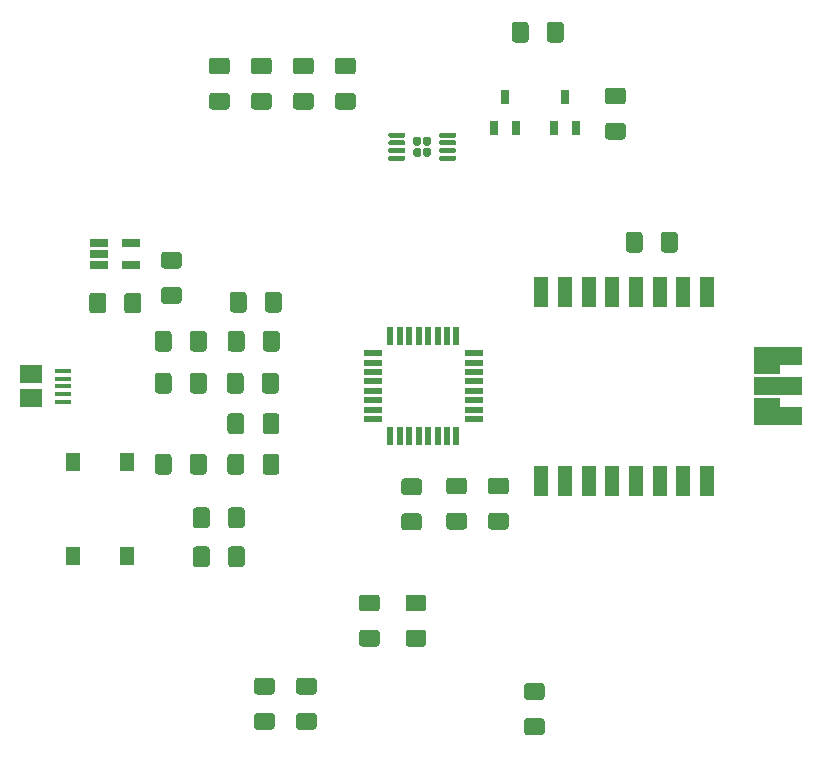
<source format=gtp>
G04 #@! TF.GenerationSoftware,KiCad,Pcbnew,5.1.6+dfsg1-1~bpo10+1*
G04 #@! TF.CreationDate,2020-09-28T23:40:52-04:00*
G04 #@! TF.ProjectId,board,626f6172-642e-46b6-9963-61645f706362,rev?*
G04 #@! TF.SameCoordinates,Original*
G04 #@! TF.FileFunction,Paste,Top*
G04 #@! TF.FilePolarity,Positive*
%FSLAX46Y46*%
G04 Gerber Fmt 4.6, Leading zero omitted, Abs format (unit mm)*
G04 Created by KiCad (PCBNEW 5.1.6+dfsg1-1~bpo10+1) date 2020-09-28 23:40:52*
%MOMM*%
%LPD*%
G01*
G04 APERTURE LIST*
%ADD10R,1.200000X2.500000*%
%ADD11R,1.560000X0.650000*%
%ADD12R,0.650000X1.220000*%
%ADD13R,2.200000X1.050000*%
%ADD14R,4.064000X1.524000*%
%ADD15R,1.600000X0.550000*%
%ADD16R,0.550000X1.600000*%
%ADD17R,1.900000X1.500000*%
%ADD18R,1.350000X0.400000*%
%ADD19R,1.300000X1.550000*%
G04 APERTURE END LIST*
D10*
X160000000Y-92000000D03*
X162000000Y-92000000D03*
X164000000Y-92000000D03*
X166000000Y-92000000D03*
X168000000Y-92000000D03*
X170000000Y-92000000D03*
X172000000Y-92000000D03*
X174000000Y-92000000D03*
X174000000Y-108000000D03*
X172000000Y-108000000D03*
X170000000Y-108000000D03*
X168000000Y-108000000D03*
X166000000Y-108000000D03*
X164000000Y-108000000D03*
X162000000Y-108000000D03*
X160000000Y-108000000D03*
D11*
X125268000Y-87846000D03*
X125268000Y-89746000D03*
X122568000Y-89746000D03*
X122568000Y-88796000D03*
X122568000Y-87846000D03*
G36*
G01*
X149992000Y-80398000D02*
X149992000Y-79978000D01*
G75*
G02*
X150162000Y-79808000I170000J0D01*
G01*
X150502000Y-79808000D01*
G75*
G02*
X150672000Y-79978000I0J-170000D01*
G01*
X150672000Y-80398000D01*
G75*
G02*
X150502000Y-80568000I-170000J0D01*
G01*
X150162000Y-80568000D01*
G75*
G02*
X149992000Y-80398000I0J170000D01*
G01*
G37*
G36*
G01*
X149992000Y-79458000D02*
X149992000Y-79038000D01*
G75*
G02*
X150162000Y-78868000I170000J0D01*
G01*
X150502000Y-78868000D01*
G75*
G02*
X150672000Y-79038000I0J-170000D01*
G01*
X150672000Y-79458000D01*
G75*
G02*
X150502000Y-79628000I-170000J0D01*
G01*
X150162000Y-79628000D01*
G75*
G02*
X149992000Y-79458000I0J170000D01*
G01*
G37*
G36*
G01*
X149152000Y-80398000D02*
X149152000Y-79978000D01*
G75*
G02*
X149322000Y-79808000I170000J0D01*
G01*
X149662000Y-79808000D01*
G75*
G02*
X149832000Y-79978000I0J-170000D01*
G01*
X149832000Y-80398000D01*
G75*
G02*
X149662000Y-80568000I-170000J0D01*
G01*
X149322000Y-80568000D01*
G75*
G02*
X149152000Y-80398000I0J170000D01*
G01*
G37*
G36*
G01*
X149152000Y-79458000D02*
X149152000Y-79038000D01*
G75*
G02*
X149322000Y-78868000I170000J0D01*
G01*
X149662000Y-78868000D01*
G75*
G02*
X149832000Y-79038000I0J-170000D01*
G01*
X149832000Y-79458000D01*
G75*
G02*
X149662000Y-79628000I-170000J0D01*
G01*
X149322000Y-79628000D01*
G75*
G02*
X149152000Y-79458000I0J170000D01*
G01*
G37*
G36*
G01*
X151337000Y-78843000D02*
X151337000Y-78643000D01*
G75*
G02*
X151437000Y-78543000I100000J0D01*
G01*
X152687000Y-78543000D01*
G75*
G02*
X152787000Y-78643000I0J-100000D01*
G01*
X152787000Y-78843000D01*
G75*
G02*
X152687000Y-78943000I-100000J0D01*
G01*
X151437000Y-78943000D01*
G75*
G02*
X151337000Y-78843000I0J100000D01*
G01*
G37*
G36*
G01*
X151337000Y-79493000D02*
X151337000Y-79293000D01*
G75*
G02*
X151437000Y-79193000I100000J0D01*
G01*
X152687000Y-79193000D01*
G75*
G02*
X152787000Y-79293000I0J-100000D01*
G01*
X152787000Y-79493000D01*
G75*
G02*
X152687000Y-79593000I-100000J0D01*
G01*
X151437000Y-79593000D01*
G75*
G02*
X151337000Y-79493000I0J100000D01*
G01*
G37*
G36*
G01*
X151337000Y-80143000D02*
X151337000Y-79943000D01*
G75*
G02*
X151437000Y-79843000I100000J0D01*
G01*
X152687000Y-79843000D01*
G75*
G02*
X152787000Y-79943000I0J-100000D01*
G01*
X152787000Y-80143000D01*
G75*
G02*
X152687000Y-80243000I-100000J0D01*
G01*
X151437000Y-80243000D01*
G75*
G02*
X151337000Y-80143000I0J100000D01*
G01*
G37*
G36*
G01*
X151337000Y-80793000D02*
X151337000Y-80593000D01*
G75*
G02*
X151437000Y-80493000I100000J0D01*
G01*
X152687000Y-80493000D01*
G75*
G02*
X152787000Y-80593000I0J-100000D01*
G01*
X152787000Y-80793000D01*
G75*
G02*
X152687000Y-80893000I-100000J0D01*
G01*
X151437000Y-80893000D01*
G75*
G02*
X151337000Y-80793000I0J100000D01*
G01*
G37*
G36*
G01*
X147037000Y-80793000D02*
X147037000Y-80593000D01*
G75*
G02*
X147137000Y-80493000I100000J0D01*
G01*
X148387000Y-80493000D01*
G75*
G02*
X148487000Y-80593000I0J-100000D01*
G01*
X148487000Y-80793000D01*
G75*
G02*
X148387000Y-80893000I-100000J0D01*
G01*
X147137000Y-80893000D01*
G75*
G02*
X147037000Y-80793000I0J100000D01*
G01*
G37*
G36*
G01*
X147037000Y-80143000D02*
X147037000Y-79943000D01*
G75*
G02*
X147137000Y-79843000I100000J0D01*
G01*
X148387000Y-79843000D01*
G75*
G02*
X148487000Y-79943000I0J-100000D01*
G01*
X148487000Y-80143000D01*
G75*
G02*
X148387000Y-80243000I-100000J0D01*
G01*
X147137000Y-80243000D01*
G75*
G02*
X147037000Y-80143000I0J100000D01*
G01*
G37*
G36*
G01*
X147037000Y-79493000D02*
X147037000Y-79293000D01*
G75*
G02*
X147137000Y-79193000I100000J0D01*
G01*
X148387000Y-79193000D01*
G75*
G02*
X148487000Y-79293000I0J-100000D01*
G01*
X148487000Y-79493000D01*
G75*
G02*
X148387000Y-79593000I-100000J0D01*
G01*
X147137000Y-79593000D01*
G75*
G02*
X147037000Y-79493000I0J100000D01*
G01*
G37*
G36*
G01*
X147037000Y-78843000D02*
X147037000Y-78643000D01*
G75*
G02*
X147137000Y-78543000I100000J0D01*
G01*
X148387000Y-78543000D01*
G75*
G02*
X148487000Y-78643000I0J-100000D01*
G01*
X148487000Y-78843000D01*
G75*
G02*
X148387000Y-78943000I-100000J0D01*
G01*
X147137000Y-78943000D01*
G75*
G02*
X147037000Y-78843000I0J100000D01*
G01*
G37*
G36*
G01*
X132103000Y-75157500D02*
X133353000Y-75157500D01*
G75*
G02*
X133603000Y-75407500I0J-250000D01*
G01*
X133603000Y-76332500D01*
G75*
G02*
X133353000Y-76582500I-250000J0D01*
G01*
X132103000Y-76582500D01*
G75*
G02*
X131853000Y-76332500I0J250000D01*
G01*
X131853000Y-75407500D01*
G75*
G02*
X132103000Y-75157500I250000J0D01*
G01*
G37*
G36*
G01*
X132103000Y-72182500D02*
X133353000Y-72182500D01*
G75*
G02*
X133603000Y-72432500I0J-250000D01*
G01*
X133603000Y-73357500D01*
G75*
G02*
X133353000Y-73607500I-250000J0D01*
G01*
X132103000Y-73607500D01*
G75*
G02*
X131853000Y-73357500I0J250000D01*
G01*
X131853000Y-72432500D01*
G75*
G02*
X132103000Y-72182500I250000J0D01*
G01*
G37*
G36*
G01*
X166881000Y-76147500D02*
X165631000Y-76147500D01*
G75*
G02*
X165381000Y-75897500I0J250000D01*
G01*
X165381000Y-74972500D01*
G75*
G02*
X165631000Y-74722500I250000J0D01*
G01*
X166881000Y-74722500D01*
G75*
G02*
X167131000Y-74972500I0J-250000D01*
G01*
X167131000Y-75897500D01*
G75*
G02*
X166881000Y-76147500I-250000J0D01*
G01*
G37*
G36*
G01*
X166881000Y-79122500D02*
X165631000Y-79122500D01*
G75*
G02*
X165381000Y-78872500I0J250000D01*
G01*
X165381000Y-77947500D01*
G75*
G02*
X165631000Y-77697500I250000J0D01*
G01*
X166881000Y-77697500D01*
G75*
G02*
X167131000Y-77947500I0J-250000D01*
G01*
X167131000Y-78872500D01*
G75*
G02*
X166881000Y-79122500I-250000J0D01*
G01*
G37*
G36*
G01*
X135913000Y-127662500D02*
X137163000Y-127662500D01*
G75*
G02*
X137413000Y-127912500I0J-250000D01*
G01*
X137413000Y-128837500D01*
G75*
G02*
X137163000Y-129087500I-250000J0D01*
G01*
X135913000Y-129087500D01*
G75*
G02*
X135663000Y-128837500I0J250000D01*
G01*
X135663000Y-127912500D01*
G75*
G02*
X135913000Y-127662500I250000J0D01*
G01*
G37*
G36*
G01*
X135913000Y-124687500D02*
X137163000Y-124687500D01*
G75*
G02*
X137413000Y-124937500I0J-250000D01*
G01*
X137413000Y-125862500D01*
G75*
G02*
X137163000Y-126112500I-250000J0D01*
G01*
X135913000Y-126112500D01*
G75*
G02*
X135663000Y-125862500I0J250000D01*
G01*
X135663000Y-124937500D01*
G75*
G02*
X135913000Y-124687500I250000J0D01*
G01*
G37*
G36*
G01*
X155725000Y-110717500D02*
X156975000Y-110717500D01*
G75*
G02*
X157225000Y-110967500I0J-250000D01*
G01*
X157225000Y-111892500D01*
G75*
G02*
X156975000Y-112142500I-250000J0D01*
G01*
X155725000Y-112142500D01*
G75*
G02*
X155475000Y-111892500I0J250000D01*
G01*
X155475000Y-110967500D01*
G75*
G02*
X155725000Y-110717500I250000J0D01*
G01*
G37*
G36*
G01*
X155725000Y-107742500D02*
X156975000Y-107742500D01*
G75*
G02*
X157225000Y-107992500I0J-250000D01*
G01*
X157225000Y-108917500D01*
G75*
G02*
X156975000Y-109167500I-250000J0D01*
G01*
X155725000Y-109167500D01*
G75*
G02*
X155475000Y-108917500I0J250000D01*
G01*
X155475000Y-107992500D01*
G75*
G02*
X155725000Y-107742500I250000J0D01*
G01*
G37*
G36*
G01*
X140465000Y-73607500D02*
X139215000Y-73607500D01*
G75*
G02*
X138965000Y-73357500I0J250000D01*
G01*
X138965000Y-72432500D01*
G75*
G02*
X139215000Y-72182500I250000J0D01*
G01*
X140465000Y-72182500D01*
G75*
G02*
X140715000Y-72432500I0J-250000D01*
G01*
X140715000Y-73357500D01*
G75*
G02*
X140465000Y-73607500I-250000J0D01*
G01*
G37*
G36*
G01*
X140465000Y-76582500D02*
X139215000Y-76582500D01*
G75*
G02*
X138965000Y-76332500I0J250000D01*
G01*
X138965000Y-75407500D01*
G75*
G02*
X139215000Y-75157500I250000J0D01*
G01*
X140465000Y-75157500D01*
G75*
G02*
X140715000Y-75407500I0J-250000D01*
G01*
X140715000Y-76332500D01*
G75*
G02*
X140465000Y-76582500I-250000J0D01*
G01*
G37*
G36*
G01*
X144021000Y-73607500D02*
X142771000Y-73607500D01*
G75*
G02*
X142521000Y-73357500I0J250000D01*
G01*
X142521000Y-72432500D01*
G75*
G02*
X142771000Y-72182500I250000J0D01*
G01*
X144021000Y-72182500D01*
G75*
G02*
X144271000Y-72432500I0J-250000D01*
G01*
X144271000Y-73357500D01*
G75*
G02*
X144021000Y-73607500I-250000J0D01*
G01*
G37*
G36*
G01*
X144021000Y-76582500D02*
X142771000Y-76582500D01*
G75*
G02*
X142521000Y-76332500I0J250000D01*
G01*
X142521000Y-75407500D01*
G75*
G02*
X142771000Y-75157500I250000J0D01*
G01*
X144021000Y-75157500D01*
G75*
G02*
X144271000Y-75407500I0J-250000D01*
G01*
X144271000Y-76332500D01*
G75*
G02*
X144021000Y-76582500I-250000J0D01*
G01*
G37*
G36*
G01*
X136587500Y-93513000D02*
X136587500Y-92263000D01*
G75*
G02*
X136837500Y-92013000I250000J0D01*
G01*
X137762500Y-92013000D01*
G75*
G02*
X138012500Y-92263000I0J-250000D01*
G01*
X138012500Y-93513000D01*
G75*
G02*
X137762500Y-93763000I-250000J0D01*
G01*
X136837500Y-93763000D01*
G75*
G02*
X136587500Y-93513000I0J250000D01*
G01*
G37*
G36*
G01*
X133612500Y-93513000D02*
X133612500Y-92263000D01*
G75*
G02*
X133862500Y-92013000I250000J0D01*
G01*
X134787500Y-92013000D01*
G75*
G02*
X135037500Y-92263000I0J-250000D01*
G01*
X135037500Y-93513000D01*
G75*
G02*
X134787500Y-93763000I-250000J0D01*
G01*
X133862500Y-93763000D01*
G75*
G02*
X133612500Y-93513000I0J250000D01*
G01*
G37*
G36*
G01*
X123139200Y-92339200D02*
X123139200Y-93589200D01*
G75*
G02*
X122889200Y-93839200I-250000J0D01*
G01*
X121964200Y-93839200D01*
G75*
G02*
X121714200Y-93589200I0J250000D01*
G01*
X121714200Y-92339200D01*
G75*
G02*
X121964200Y-92089200I250000J0D01*
G01*
X122889200Y-92089200D01*
G75*
G02*
X123139200Y-92339200I0J-250000D01*
G01*
G37*
G36*
G01*
X126114200Y-92339200D02*
X126114200Y-93589200D01*
G75*
G02*
X125864200Y-93839200I-250000J0D01*
G01*
X124939200Y-93839200D01*
G75*
G02*
X124689200Y-93589200I0J250000D01*
G01*
X124689200Y-92339200D01*
G75*
G02*
X124939200Y-92089200I250000J0D01*
G01*
X125864200Y-92089200D01*
G75*
G02*
X126114200Y-92339200I0J-250000D01*
G01*
G37*
G36*
G01*
X160023000Y-126566500D02*
X158773000Y-126566500D01*
G75*
G02*
X158523000Y-126316500I0J250000D01*
G01*
X158523000Y-125391500D01*
G75*
G02*
X158773000Y-125141500I250000J0D01*
G01*
X160023000Y-125141500D01*
G75*
G02*
X160273000Y-125391500I0J-250000D01*
G01*
X160273000Y-126316500D01*
G75*
G02*
X160023000Y-126566500I-250000J0D01*
G01*
G37*
G36*
G01*
X160023000Y-129541500D02*
X158773000Y-129541500D01*
G75*
G02*
X158523000Y-129291500I0J250000D01*
G01*
X158523000Y-128366500D01*
G75*
G02*
X158773000Y-128116500I250000J0D01*
G01*
X160023000Y-128116500D01*
G75*
G02*
X160273000Y-128366500I0J-250000D01*
G01*
X160273000Y-129291500D01*
G75*
G02*
X160023000Y-129541500I-250000J0D01*
G01*
G37*
G36*
G01*
X160463500Y-70653000D02*
X160463500Y-69403000D01*
G75*
G02*
X160713500Y-69153000I250000J0D01*
G01*
X161638500Y-69153000D01*
G75*
G02*
X161888500Y-69403000I0J-250000D01*
G01*
X161888500Y-70653000D01*
G75*
G02*
X161638500Y-70903000I-250000J0D01*
G01*
X160713500Y-70903000D01*
G75*
G02*
X160463500Y-70653000I0J250000D01*
G01*
G37*
G36*
G01*
X157488500Y-70653000D02*
X157488500Y-69403000D01*
G75*
G02*
X157738500Y-69153000I250000J0D01*
G01*
X158663500Y-69153000D01*
G75*
G02*
X158913500Y-69403000I0J-250000D01*
G01*
X158913500Y-70653000D01*
G75*
G02*
X158663500Y-70903000I-250000J0D01*
G01*
X157738500Y-70903000D01*
G75*
G02*
X157488500Y-70653000I0J250000D01*
G01*
G37*
G36*
G01*
X152185000Y-110717500D02*
X153435000Y-110717500D01*
G75*
G02*
X153685000Y-110967500I0J-250000D01*
G01*
X153685000Y-111892500D01*
G75*
G02*
X153435000Y-112142500I-250000J0D01*
G01*
X152185000Y-112142500D01*
G75*
G02*
X151935000Y-111892500I0J250000D01*
G01*
X151935000Y-110967500D01*
G75*
G02*
X152185000Y-110717500I250000J0D01*
G01*
G37*
G36*
G01*
X152185000Y-107742500D02*
X153435000Y-107742500D01*
G75*
G02*
X153685000Y-107992500I0J-250000D01*
G01*
X153685000Y-108917500D01*
G75*
G02*
X153435000Y-109167500I-250000J0D01*
G01*
X152185000Y-109167500D01*
G75*
G02*
X151935000Y-108917500I0J250000D01*
G01*
X151935000Y-107992500D01*
G75*
G02*
X152185000Y-107742500I250000J0D01*
G01*
G37*
G36*
G01*
X136909000Y-73607500D02*
X135659000Y-73607500D01*
G75*
G02*
X135409000Y-73357500I0J250000D01*
G01*
X135409000Y-72432500D01*
G75*
G02*
X135659000Y-72182500I250000J0D01*
G01*
X136909000Y-72182500D01*
G75*
G02*
X137159000Y-72432500I0J-250000D01*
G01*
X137159000Y-73357500D01*
G75*
G02*
X136909000Y-73607500I-250000J0D01*
G01*
G37*
G36*
G01*
X136909000Y-76582500D02*
X135659000Y-76582500D01*
G75*
G02*
X135409000Y-76332500I0J250000D01*
G01*
X135409000Y-75407500D01*
G75*
G02*
X135659000Y-75157500I250000J0D01*
G01*
X136909000Y-75157500D01*
G75*
G02*
X137159000Y-75407500I0J-250000D01*
G01*
X137159000Y-76332500D01*
G75*
G02*
X136909000Y-76582500I-250000J0D01*
G01*
G37*
G36*
G01*
X136387500Y-107229000D02*
X136387500Y-105979000D01*
G75*
G02*
X136637500Y-105729000I250000J0D01*
G01*
X137562500Y-105729000D01*
G75*
G02*
X137812500Y-105979000I0J-250000D01*
G01*
X137812500Y-107229000D01*
G75*
G02*
X137562500Y-107479000I-250000J0D01*
G01*
X136637500Y-107479000D01*
G75*
G02*
X136387500Y-107229000I0J250000D01*
G01*
G37*
G36*
G01*
X133412500Y-107229000D02*
X133412500Y-105979000D01*
G75*
G02*
X133662500Y-105729000I250000J0D01*
G01*
X134587500Y-105729000D01*
G75*
G02*
X134837500Y-105979000I0J-250000D01*
G01*
X134837500Y-107229000D01*
G75*
G02*
X134587500Y-107479000I-250000J0D01*
G01*
X133662500Y-107479000D01*
G75*
G02*
X133412500Y-107229000I0J250000D01*
G01*
G37*
G36*
G01*
X148740000Y-120623500D02*
X149990000Y-120623500D01*
G75*
G02*
X150240000Y-120873500I0J-250000D01*
G01*
X150240000Y-121798500D01*
G75*
G02*
X149990000Y-122048500I-250000J0D01*
G01*
X148740000Y-122048500D01*
G75*
G02*
X148490000Y-121798500I0J250000D01*
G01*
X148490000Y-120873500D01*
G75*
G02*
X148740000Y-120623500I250000J0D01*
G01*
G37*
G36*
G01*
X148740000Y-117648500D02*
X149990000Y-117648500D01*
G75*
G02*
X150240000Y-117898500I0J-250000D01*
G01*
X150240000Y-118823500D01*
G75*
G02*
X149990000Y-119073500I-250000J0D01*
G01*
X148740000Y-119073500D01*
G75*
G02*
X148490000Y-118823500I0J250000D01*
G01*
X148490000Y-117898500D01*
G75*
G02*
X148740000Y-117648500I250000J0D01*
G01*
G37*
G36*
G01*
X130237500Y-107229000D02*
X130237500Y-105979000D01*
G75*
G02*
X130487500Y-105729000I250000J0D01*
G01*
X131412500Y-105729000D01*
G75*
G02*
X131662500Y-105979000I0J-250000D01*
G01*
X131662500Y-107229000D01*
G75*
G02*
X131412500Y-107479000I-250000J0D01*
G01*
X130487500Y-107479000D01*
G75*
G02*
X130237500Y-107229000I0J250000D01*
G01*
G37*
G36*
G01*
X127262500Y-107229000D02*
X127262500Y-105979000D01*
G75*
G02*
X127512500Y-105729000I250000J0D01*
G01*
X128437500Y-105729000D01*
G75*
G02*
X128687500Y-105979000I0J-250000D01*
G01*
X128687500Y-107229000D01*
G75*
G02*
X128437500Y-107479000I-250000J0D01*
G01*
X127512500Y-107479000D01*
G75*
G02*
X127262500Y-107229000I0J250000D01*
G01*
G37*
G36*
G01*
X140719000Y-126112500D02*
X139469000Y-126112500D01*
G75*
G02*
X139219000Y-125862500I0J250000D01*
G01*
X139219000Y-124937500D01*
G75*
G02*
X139469000Y-124687500I250000J0D01*
G01*
X140719000Y-124687500D01*
G75*
G02*
X140969000Y-124937500I0J-250000D01*
G01*
X140969000Y-125862500D01*
G75*
G02*
X140719000Y-126112500I-250000J0D01*
G01*
G37*
G36*
G01*
X140719000Y-129087500D02*
X139469000Y-129087500D01*
G75*
G02*
X139219000Y-128837500I0J250000D01*
G01*
X139219000Y-127912500D01*
G75*
G02*
X139469000Y-127662500I250000J0D01*
G01*
X140719000Y-127662500D01*
G75*
G02*
X140969000Y-127912500I0J-250000D01*
G01*
X140969000Y-128837500D01*
G75*
G02*
X140719000Y-129087500I-250000J0D01*
G01*
G37*
G36*
G01*
X134783500Y-99121000D02*
X134783500Y-100371000D01*
G75*
G02*
X134533500Y-100621000I-250000J0D01*
G01*
X133608500Y-100621000D01*
G75*
G02*
X133358500Y-100371000I0J250000D01*
G01*
X133358500Y-99121000D01*
G75*
G02*
X133608500Y-98871000I250000J0D01*
G01*
X134533500Y-98871000D01*
G75*
G02*
X134783500Y-99121000I0J-250000D01*
G01*
G37*
G36*
G01*
X137758500Y-99121000D02*
X137758500Y-100371000D01*
G75*
G02*
X137508500Y-100621000I-250000J0D01*
G01*
X136583500Y-100621000D01*
G75*
G02*
X136333500Y-100371000I0J250000D01*
G01*
X136333500Y-99121000D01*
G75*
G02*
X136583500Y-98871000I250000J0D01*
G01*
X137508500Y-98871000D01*
G75*
G02*
X137758500Y-99121000I0J-250000D01*
G01*
G37*
D12*
X156924000Y-75536000D03*
X157874000Y-78156000D03*
X155974000Y-78156000D03*
G36*
G01*
X128039000Y-91594500D02*
X129289000Y-91594500D01*
G75*
G02*
X129539000Y-91844500I0J-250000D01*
G01*
X129539000Y-92769500D01*
G75*
G02*
X129289000Y-93019500I-250000J0D01*
G01*
X128039000Y-93019500D01*
G75*
G02*
X127789000Y-92769500I0J250000D01*
G01*
X127789000Y-91844500D01*
G75*
G02*
X128039000Y-91594500I250000J0D01*
G01*
G37*
G36*
G01*
X128039000Y-88619500D02*
X129289000Y-88619500D01*
G75*
G02*
X129539000Y-88869500I0J-250000D01*
G01*
X129539000Y-89794500D01*
G75*
G02*
X129289000Y-90044500I-250000J0D01*
G01*
X128039000Y-90044500D01*
G75*
G02*
X127789000Y-89794500I0J250000D01*
G01*
X127789000Y-88869500D01*
G75*
G02*
X128039000Y-88619500I250000J0D01*
G01*
G37*
X162004000Y-75536000D03*
X162954000Y-78156000D03*
X161054000Y-78156000D03*
G36*
G01*
X136387500Y-103800000D02*
X136387500Y-102550000D01*
G75*
G02*
X136637500Y-102300000I250000J0D01*
G01*
X137562500Y-102300000D01*
G75*
G02*
X137812500Y-102550000I0J-250000D01*
G01*
X137812500Y-103800000D01*
G75*
G02*
X137562500Y-104050000I-250000J0D01*
G01*
X136637500Y-104050000D01*
G75*
G02*
X136387500Y-103800000I0J250000D01*
G01*
G37*
G36*
G01*
X133412500Y-103800000D02*
X133412500Y-102550000D01*
G75*
G02*
X133662500Y-102300000I250000J0D01*
G01*
X134587500Y-102300000D01*
G75*
G02*
X134837500Y-102550000I0J-250000D01*
G01*
X134837500Y-103800000D01*
G75*
G02*
X134587500Y-104050000I-250000J0D01*
G01*
X133662500Y-104050000D01*
G75*
G02*
X133412500Y-103800000I0J250000D01*
G01*
G37*
G36*
G01*
X131908900Y-110512000D02*
X131908900Y-111762000D01*
G75*
G02*
X131658900Y-112012000I-250000J0D01*
G01*
X130733900Y-112012000D01*
G75*
G02*
X130483900Y-111762000I0J250000D01*
G01*
X130483900Y-110512000D01*
G75*
G02*
X130733900Y-110262000I250000J0D01*
G01*
X131658900Y-110262000D01*
G75*
G02*
X131908900Y-110512000I0J-250000D01*
G01*
G37*
G36*
G01*
X134883900Y-110512000D02*
X134883900Y-111762000D01*
G75*
G02*
X134633900Y-112012000I-250000J0D01*
G01*
X133708900Y-112012000D01*
G75*
G02*
X133458900Y-111762000I0J250000D01*
G01*
X133458900Y-110512000D01*
G75*
G02*
X133708900Y-110262000I250000J0D01*
G01*
X134633900Y-110262000D01*
G75*
G02*
X134883900Y-110512000I0J-250000D01*
G01*
G37*
G36*
G01*
X144803000Y-120623500D02*
X146053000Y-120623500D01*
G75*
G02*
X146303000Y-120873500I0J-250000D01*
G01*
X146303000Y-121798500D01*
G75*
G02*
X146053000Y-122048500I-250000J0D01*
G01*
X144803000Y-122048500D01*
G75*
G02*
X144553000Y-121798500I0J250000D01*
G01*
X144553000Y-120873500D01*
G75*
G02*
X144803000Y-120623500I250000J0D01*
G01*
G37*
G36*
G01*
X144803000Y-117648500D02*
X146053000Y-117648500D01*
G75*
G02*
X146303000Y-117898500I0J-250000D01*
G01*
X146303000Y-118823500D01*
G75*
G02*
X146053000Y-119073500I-250000J0D01*
G01*
X144803000Y-119073500D01*
G75*
G02*
X144553000Y-118823500I0J250000D01*
G01*
X144553000Y-117898500D01*
G75*
G02*
X144803000Y-117648500I250000J0D01*
G01*
G37*
G36*
G01*
X130237500Y-96815000D02*
X130237500Y-95565000D01*
G75*
G02*
X130487500Y-95315000I250000J0D01*
G01*
X131412500Y-95315000D01*
G75*
G02*
X131662500Y-95565000I0J-250000D01*
G01*
X131662500Y-96815000D01*
G75*
G02*
X131412500Y-97065000I-250000J0D01*
G01*
X130487500Y-97065000D01*
G75*
G02*
X130237500Y-96815000I0J250000D01*
G01*
G37*
G36*
G01*
X127262500Y-96815000D02*
X127262500Y-95565000D01*
G75*
G02*
X127512500Y-95315000I250000J0D01*
G01*
X128437500Y-95315000D01*
G75*
G02*
X128687500Y-95565000I0J-250000D01*
G01*
X128687500Y-96815000D01*
G75*
G02*
X128437500Y-97065000I-250000J0D01*
G01*
X127512500Y-97065000D01*
G75*
G02*
X127262500Y-96815000I0J250000D01*
G01*
G37*
G36*
G01*
X130237500Y-100371000D02*
X130237500Y-99121000D01*
G75*
G02*
X130487500Y-98871000I250000J0D01*
G01*
X131412500Y-98871000D01*
G75*
G02*
X131662500Y-99121000I0J-250000D01*
G01*
X131662500Y-100371000D01*
G75*
G02*
X131412500Y-100621000I-250000J0D01*
G01*
X130487500Y-100621000D01*
G75*
G02*
X130237500Y-100371000I0J250000D01*
G01*
G37*
G36*
G01*
X127262500Y-100371000D02*
X127262500Y-99121000D01*
G75*
G02*
X127512500Y-98871000I250000J0D01*
G01*
X128437500Y-98871000D01*
G75*
G02*
X128687500Y-99121000I0J-250000D01*
G01*
X128687500Y-100371000D01*
G75*
G02*
X128437500Y-100621000I-250000J0D01*
G01*
X127512500Y-100621000D01*
G75*
G02*
X127262500Y-100371000I0J250000D01*
G01*
G37*
G36*
G01*
X170115500Y-88433000D02*
X170115500Y-87183000D01*
G75*
G02*
X170365500Y-86933000I250000J0D01*
G01*
X171290500Y-86933000D01*
G75*
G02*
X171540500Y-87183000I0J-250000D01*
G01*
X171540500Y-88433000D01*
G75*
G02*
X171290500Y-88683000I-250000J0D01*
G01*
X170365500Y-88683000D01*
G75*
G02*
X170115500Y-88433000I0J250000D01*
G01*
G37*
G36*
G01*
X167140500Y-88433000D02*
X167140500Y-87183000D01*
G75*
G02*
X167390500Y-86933000I250000J0D01*
G01*
X168315500Y-86933000D01*
G75*
G02*
X168565500Y-87183000I0J-250000D01*
G01*
X168565500Y-88433000D01*
G75*
G02*
X168315500Y-88683000I-250000J0D01*
G01*
X167390500Y-88683000D01*
G75*
G02*
X167140500Y-88433000I0J250000D01*
G01*
G37*
G36*
G01*
X131908900Y-113814000D02*
X131908900Y-115064000D01*
G75*
G02*
X131658900Y-115314000I-250000J0D01*
G01*
X130733900Y-115314000D01*
G75*
G02*
X130483900Y-115064000I0J250000D01*
G01*
X130483900Y-113814000D01*
G75*
G02*
X130733900Y-113564000I250000J0D01*
G01*
X131658900Y-113564000D01*
G75*
G02*
X131908900Y-113814000I0J-250000D01*
G01*
G37*
G36*
G01*
X134883900Y-113814000D02*
X134883900Y-115064000D01*
G75*
G02*
X134633900Y-115314000I-250000J0D01*
G01*
X133708900Y-115314000D01*
G75*
G02*
X133458900Y-115064000I0J250000D01*
G01*
X133458900Y-113814000D01*
G75*
G02*
X133708900Y-113564000I250000J0D01*
G01*
X134633900Y-113564000D01*
G75*
G02*
X134883900Y-113814000I0J-250000D01*
G01*
G37*
D13*
X179070000Y-98470000D03*
X179070000Y-101530000D03*
D14*
X180000000Y-100000000D03*
X180000000Y-97460000D03*
X180000000Y-102540000D03*
D15*
X145750000Y-102800000D03*
X145750000Y-102000000D03*
X145750000Y-101200000D03*
X145750000Y-100400000D03*
X145750000Y-99600000D03*
X145750000Y-98800000D03*
X145750000Y-98000000D03*
X145750000Y-97200000D03*
D16*
X147200000Y-95750000D03*
X148000000Y-95750000D03*
X148800000Y-95750000D03*
X149600000Y-95750000D03*
X150400000Y-95750000D03*
X151200000Y-95750000D03*
X152000000Y-95750000D03*
X152800000Y-95750000D03*
D15*
X154250000Y-97200000D03*
X154250000Y-98000000D03*
X154250000Y-98800000D03*
X154250000Y-99600000D03*
X154250000Y-100400000D03*
X154250000Y-101200000D03*
X154250000Y-102000000D03*
X154250000Y-102800000D03*
D16*
X152800000Y-104250000D03*
X152000000Y-104250000D03*
X151200000Y-104250000D03*
X150400000Y-104250000D03*
X149600000Y-104250000D03*
X148800000Y-104250000D03*
X148000000Y-104250000D03*
X147200000Y-104250000D03*
D17*
X116762500Y-99000000D03*
D18*
X119462500Y-100000000D03*
X119462500Y-100650000D03*
X119462500Y-101300000D03*
X119462500Y-98700000D03*
X119462500Y-99350000D03*
D17*
X116762500Y-101000000D03*
G36*
G01*
X148375000Y-107800000D02*
X149625000Y-107800000D01*
G75*
G02*
X149875000Y-108050000I0J-250000D01*
G01*
X149875000Y-108975000D01*
G75*
G02*
X149625000Y-109225000I-250000J0D01*
G01*
X148375000Y-109225000D01*
G75*
G02*
X148125000Y-108975000I0J250000D01*
G01*
X148125000Y-108050000D01*
G75*
G02*
X148375000Y-107800000I250000J0D01*
G01*
G37*
G36*
G01*
X148375000Y-110775000D02*
X149625000Y-110775000D01*
G75*
G02*
X149875000Y-111025000I0J-250000D01*
G01*
X149875000Y-111950000D01*
G75*
G02*
X149625000Y-112200000I-250000J0D01*
G01*
X148375000Y-112200000D01*
G75*
G02*
X148125000Y-111950000I0J250000D01*
G01*
X148125000Y-111025000D01*
G75*
G02*
X148375000Y-110775000I250000J0D01*
G01*
G37*
G36*
G01*
X134860000Y-95565000D02*
X134860000Y-96815000D01*
G75*
G02*
X134610000Y-97065000I-250000J0D01*
G01*
X133685000Y-97065000D01*
G75*
G02*
X133435000Y-96815000I0J250000D01*
G01*
X133435000Y-95565000D01*
G75*
G02*
X133685000Y-95315000I250000J0D01*
G01*
X134610000Y-95315000D01*
G75*
G02*
X134860000Y-95565000I0J-250000D01*
G01*
G37*
G36*
G01*
X137835000Y-95565000D02*
X137835000Y-96815000D01*
G75*
G02*
X137585000Y-97065000I-250000J0D01*
G01*
X136660000Y-97065000D01*
G75*
G02*
X136410000Y-96815000I0J250000D01*
G01*
X136410000Y-95565000D01*
G75*
G02*
X136660000Y-95315000I250000J0D01*
G01*
X137585000Y-95315000D01*
G75*
G02*
X137835000Y-95565000I0J-250000D01*
G01*
G37*
D19*
X120368800Y-106434000D03*
X124868800Y-106434000D03*
X124868800Y-114394000D03*
X120368800Y-114394000D03*
M02*

</source>
